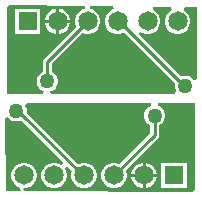
<source format=gbr>
G04*
G04 #@! TF.GenerationSoftware,Altium Limited,Altium Designer,25.8.1 (18)*
G04*
G04 Layer_Physical_Order=2*
G04 Layer_Color=16711680*
%FSLAX25Y25*%
%MOIN*%
G70*
G04*
G04 #@! TF.SameCoordinates,E2154C79-DA77-42C2-A4CA-17832CE20963*
G04*
G04*
G04 #@! TF.FilePolarity,Positive*
G04*
G01*
G75*
%ADD11C,0.01000*%
%ADD23R,0.06496X0.06496*%
%ADD24C,0.06496*%
%ADD25C,0.05000*%
G36*
X155415Y162142D02*
X155676Y161138D01*
X155065Y160785D01*
X154274Y159994D01*
X153715Y159026D01*
X153425Y157945D01*
Y156827D01*
X153715Y155746D01*
X154274Y154778D01*
X155065Y153987D01*
X156034Y153427D01*
X157114Y153138D01*
X158232D01*
X159313Y153427D01*
X160282Y153987D01*
X161073Y154778D01*
X161632Y155746D01*
X161921Y156827D01*
Y157945D01*
X161632Y159026D01*
X161073Y159994D01*
X160282Y160785D01*
X159782Y161074D01*
X160057Y162069D01*
X163976Y162008D01*
X164135Y138074D01*
X163137Y137803D01*
X163037Y137976D01*
X162385Y138628D01*
X161587Y139088D01*
X160697Y139327D01*
X159775D01*
X158885Y139088D01*
X158727Y138997D01*
X144656Y153068D01*
X145270Y153868D01*
X146034Y153427D01*
X147114Y153138D01*
X148232D01*
X149313Y153427D01*
X150282Y153987D01*
X151073Y154778D01*
X151632Y155746D01*
X151921Y156827D01*
Y157945D01*
X151632Y159026D01*
X151073Y159994D01*
X150282Y160785D01*
X149503Y161235D01*
X149629Y162123D01*
X149674Y162232D01*
X155415Y162142D01*
D02*
G37*
G36*
X136267Y162442D02*
X136391Y161440D01*
X136033Y161344D01*
X135065Y160785D01*
X134274Y159994D01*
X133715Y159026D01*
X133425Y157945D01*
Y156827D01*
X133715Y155746D01*
X134274Y154778D01*
X135065Y153987D01*
X136033Y153427D01*
X137114Y153138D01*
X138233D01*
X139313Y153427D01*
X139730Y153668D01*
X156815Y136583D01*
X156736Y136288D01*
Y135366D01*
X156975Y134476D01*
X157209Y134071D01*
X156709Y133071D01*
X115398D01*
X115266Y134071D01*
X115524Y134140D01*
X116322Y134601D01*
X116974Y135252D01*
X117435Y136051D01*
X117673Y136941D01*
Y137862D01*
X117435Y138752D01*
X116974Y139551D01*
X116322Y140202D01*
X115703Y140560D01*
Y143252D01*
X125935Y153484D01*
X126033Y153427D01*
X127114Y153138D01*
X128233D01*
X129313Y153427D01*
X130282Y153987D01*
X131072Y154778D01*
X131632Y155746D01*
X131921Y156827D01*
Y157945D01*
X131632Y159026D01*
X131072Y159994D01*
X130282Y160785D01*
X129313Y161344D01*
X128494Y161564D01*
X128633Y162562D01*
X136267Y162442D01*
D02*
G37*
G36*
X126820Y162590D02*
X126944Y161588D01*
X126033Y161344D01*
X125065Y160785D01*
X124274Y159994D01*
X123715Y159026D01*
X123425Y157945D01*
Y156827D01*
X123715Y155746D01*
X123772Y155647D01*
X113092Y144967D01*
X112760Y144471D01*
X112644Y143886D01*
Y140560D01*
X112024Y140202D01*
X111372Y139551D01*
X110912Y138752D01*
X110673Y137862D01*
Y136941D01*
X110912Y136051D01*
X111372Y135252D01*
X112024Y134601D01*
X112822Y134140D01*
X113081Y134071D01*
X112949Y133071D01*
X100787D01*
Y162156D01*
X101627Y162985D01*
X126820Y162590D01*
D02*
G37*
G36*
X163386Y101230D02*
X162548Y100397D01*
X106937Y100746D01*
X106634Y100748D01*
X106029Y101370D01*
X106029Y101491D01*
X106820Y101752D01*
X107059D01*
X108140Y102041D01*
X109108Y102601D01*
X109899Y103392D01*
X110459Y104360D01*
X110748Y105441D01*
Y106559D01*
X110459Y107640D01*
X109899Y108608D01*
X109108Y109399D01*
X108140Y109959D01*
X107059Y110248D01*
X105941D01*
X104860Y109959D01*
X103892Y109399D01*
X103101Y108608D01*
X102541Y107640D01*
X102252Y106559D01*
Y105441D01*
X102541Y104360D01*
X103101Y103392D01*
X103892Y102601D01*
X104860Y102041D01*
X105053Y101990D01*
X105350Y100875D01*
X105230Y100757D01*
X100394Y100787D01*
X100076Y125246D01*
X101073Y125520D01*
X101136Y125410D01*
X101788Y124758D01*
X102586Y124298D01*
X103476Y124059D01*
X104398D01*
X105288Y124298D01*
X105446Y124389D01*
X119517Y110318D01*
X118903Y109518D01*
X118140Y109959D01*
X117059Y110248D01*
X115941D01*
X114860Y109959D01*
X113892Y109399D01*
X113101Y108608D01*
X112541Y107640D01*
X112252Y106559D01*
Y105441D01*
X112541Y104360D01*
X113101Y103392D01*
X113892Y102601D01*
X114860Y102041D01*
X115941Y101752D01*
X117059D01*
X118140Y102041D01*
X119108Y102601D01*
X119899Y103392D01*
X120458Y104360D01*
X120748Y105441D01*
Y106559D01*
X120458Y107640D01*
X120018Y108403D01*
X120818Y109017D01*
X122468Y107367D01*
X122252Y106559D01*
Y105441D01*
X122541Y104360D01*
X123101Y103392D01*
X123892Y102601D01*
X124860Y102041D01*
X125941Y101752D01*
X127059D01*
X128140Y102041D01*
X129108Y102601D01*
X129899Y103392D01*
X130458Y104360D01*
X130748Y105441D01*
Y106559D01*
X130458Y107640D01*
X129899Y108608D01*
X129108Y109399D01*
X128140Y109959D01*
X127059Y110248D01*
X125941D01*
X124860Y109959D01*
X124443Y109718D01*
X107358Y126803D01*
X107437Y127098D01*
Y128020D01*
X107199Y128910D01*
X106965Y129315D01*
X107465Y130315D01*
X148776D01*
X148907Y129315D01*
X148649Y129246D01*
X147851Y128785D01*
X147199Y128133D01*
X146739Y127335D01*
X146500Y126445D01*
Y125523D01*
X146739Y124633D01*
X147199Y123835D01*
X147851Y123184D01*
X148471Y122826D01*
Y120133D01*
X138239Y109901D01*
X138140Y109959D01*
X137059Y110248D01*
X135941D01*
X134860Y109959D01*
X133892Y109399D01*
X133101Y108608D01*
X132542Y107640D01*
X132252Y106559D01*
Y105441D01*
X132542Y104360D01*
X133101Y103392D01*
X133892Y102601D01*
X134860Y102041D01*
X135941Y101752D01*
X137059D01*
X138140Y102041D01*
X139108Y102601D01*
X139899Y103392D01*
X140459Y104360D01*
X140748Y105441D01*
Y106559D01*
X140459Y107640D01*
X140401Y107739D01*
X151081Y118419D01*
X151413Y118915D01*
X151529Y119500D01*
Y122826D01*
X152149Y123184D01*
X152801Y123835D01*
X153261Y124633D01*
X153500Y125523D01*
Y126445D01*
X153261Y127335D01*
X152801Y128133D01*
X152149Y128785D01*
X151351Y129246D01*
X151093Y129315D01*
X151224Y130315D01*
X163386D01*
Y101230D01*
D02*
G37*
%LPC*%
G36*
X118233Y161634D02*
X118173D01*
Y157886D01*
X121921D01*
Y157945D01*
X121632Y159026D01*
X121072Y159994D01*
X120282Y160785D01*
X119313Y161344D01*
X118233Y161634D01*
D02*
G37*
G36*
X117173D02*
X117114D01*
X116033Y161344D01*
X115065Y160785D01*
X114274Y159994D01*
X113715Y159026D01*
X113425Y157945D01*
Y157886D01*
X117173D01*
Y161634D01*
D02*
G37*
G36*
X121921Y156886D02*
X118173D01*
Y153138D01*
X118233D01*
X119313Y153427D01*
X120282Y153987D01*
X121072Y154778D01*
X121632Y155746D01*
X121921Y156827D01*
Y156886D01*
D02*
G37*
G36*
X117173D02*
X113425D01*
Y156827D01*
X113715Y155746D01*
X114274Y154778D01*
X115065Y153987D01*
X116033Y153427D01*
X117114Y153138D01*
X117173D01*
Y156886D01*
D02*
G37*
G36*
X111921Y161634D02*
X103425D01*
Y153138D01*
X111921D01*
Y161634D01*
D02*
G37*
G36*
X147059Y110248D02*
X147000D01*
Y106500D01*
X150748D01*
Y106559D01*
X150459Y107640D01*
X149899Y108608D01*
X149108Y109399D01*
X148140Y109959D01*
X147059Y110248D01*
D02*
G37*
G36*
X146000D02*
X145941D01*
X144860Y109959D01*
X143892Y109399D01*
X143101Y108608D01*
X142542Y107640D01*
X142252Y106559D01*
Y106500D01*
X146000D01*
Y110248D01*
D02*
G37*
G36*
X160748D02*
X152252D01*
Y101752D01*
X160748D01*
Y110248D01*
D02*
G37*
G36*
X150748Y105500D02*
X147000D01*
Y101752D01*
X147059D01*
X148140Y102041D01*
X149108Y102601D01*
X149899Y103392D01*
X150459Y104360D01*
X150748Y105441D01*
Y105500D01*
D02*
G37*
G36*
X146000D02*
X142252D01*
Y105441D01*
X142542Y104360D01*
X143101Y103392D01*
X143892Y102601D01*
X144860Y102041D01*
X145941Y101752D01*
X146000D01*
Y105500D01*
D02*
G37*
%LPD*%
D11*
X137673Y157386D02*
X138175D01*
X159734Y135827D01*
X160236D01*
X114173Y143886D02*
X127673Y157386D01*
X114173Y137402D02*
Y143886D01*
X150000Y119500D02*
Y125984D01*
X136500Y106000D02*
X150000Y119500D01*
X103937Y127559D02*
X104439D01*
X125998Y106000D01*
X126500D01*
D23*
X107673Y157386D02*
D03*
X156500Y106000D02*
D03*
D24*
X117673Y157386D02*
D03*
X127673D02*
D03*
X137673D02*
D03*
X147673D02*
D03*
X157673D02*
D03*
X106500Y106000D02*
D03*
X116500D02*
D03*
X126500D02*
D03*
X136500D02*
D03*
X146500D02*
D03*
D25*
X160236Y135827D02*
D03*
X114173Y137402D02*
D03*
X150000Y125984D02*
D03*
X103937Y127559D02*
D03*
M02*

</source>
